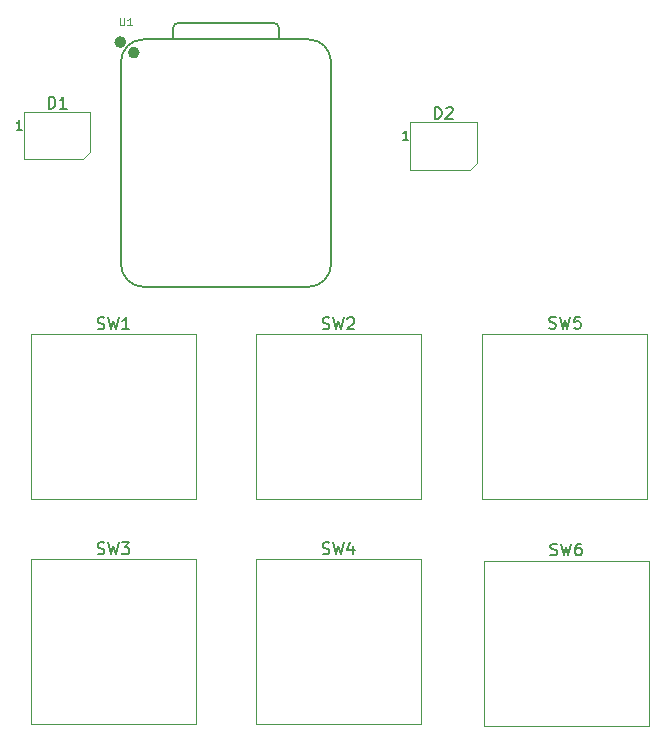
<source format=gbr>
%TF.GenerationSoftware,KiCad,Pcbnew,9.0.3*%
%TF.CreationDate,2025-07-10T08:35:26-07:00*%
%TF.ProjectId,Hackpad,4861636b-7061-4642-9e6b-696361645f70,rev?*%
%TF.SameCoordinates,Original*%
%TF.FileFunction,Legend,Top*%
%TF.FilePolarity,Positive*%
%FSLAX46Y46*%
G04 Gerber Fmt 4.6, Leading zero omitted, Abs format (unit mm)*
G04 Created by KiCad (PCBNEW 9.0.3) date 2025-07-10 08:35:26*
%MOMM*%
%LPD*%
G01*
G04 APERTURE LIST*
%ADD10C,0.150000*%
%ADD11C,0.101600*%
%ADD12C,0.120000*%
%ADD13C,0.127000*%
%ADD14C,0.100000*%
%ADD15C,0.504000*%
G04 APERTURE END LIST*
D10*
X61441917Y-74537950D02*
X61584774Y-74585569D01*
X61584774Y-74585569D02*
X61822869Y-74585569D01*
X61822869Y-74585569D02*
X61918107Y-74537950D01*
X61918107Y-74537950D02*
X61965726Y-74490330D01*
X61965726Y-74490330D02*
X62013345Y-74395092D01*
X62013345Y-74395092D02*
X62013345Y-74299854D01*
X62013345Y-74299854D02*
X61965726Y-74204616D01*
X61965726Y-74204616D02*
X61918107Y-74156997D01*
X61918107Y-74156997D02*
X61822869Y-74109378D01*
X61822869Y-74109378D02*
X61632393Y-74061759D01*
X61632393Y-74061759D02*
X61537155Y-74014140D01*
X61537155Y-74014140D02*
X61489536Y-73966521D01*
X61489536Y-73966521D02*
X61441917Y-73871283D01*
X61441917Y-73871283D02*
X61441917Y-73776045D01*
X61441917Y-73776045D02*
X61489536Y-73680807D01*
X61489536Y-73680807D02*
X61537155Y-73633188D01*
X61537155Y-73633188D02*
X61632393Y-73585569D01*
X61632393Y-73585569D02*
X61870488Y-73585569D01*
X61870488Y-73585569D02*
X62013345Y-73633188D01*
X62346679Y-73585569D02*
X62584774Y-74585569D01*
X62584774Y-74585569D02*
X62775250Y-73871283D01*
X62775250Y-73871283D02*
X62965726Y-74585569D01*
X62965726Y-74585569D02*
X63203822Y-73585569D01*
X63489536Y-73585569D02*
X64108583Y-73585569D01*
X64108583Y-73585569D02*
X63775250Y-73966521D01*
X63775250Y-73966521D02*
X63918107Y-73966521D01*
X63918107Y-73966521D02*
X64013345Y-74014140D01*
X64013345Y-74014140D02*
X64060964Y-74061759D01*
X64060964Y-74061759D02*
X64108583Y-74156997D01*
X64108583Y-74156997D02*
X64108583Y-74395092D01*
X64108583Y-74395092D02*
X64060964Y-74490330D01*
X64060964Y-74490330D02*
X64013345Y-74537950D01*
X64013345Y-74537950D02*
X63918107Y-74585569D01*
X63918107Y-74585569D02*
X63632393Y-74585569D01*
X63632393Y-74585569D02*
X63537155Y-74537950D01*
X63537155Y-74537950D02*
X63489536Y-74490330D01*
X57274655Y-36847069D02*
X57274655Y-35847069D01*
X57274655Y-35847069D02*
X57512750Y-35847069D01*
X57512750Y-35847069D02*
X57655607Y-35894688D01*
X57655607Y-35894688D02*
X57750845Y-35989926D01*
X57750845Y-35989926D02*
X57798464Y-36085164D01*
X57798464Y-36085164D02*
X57846083Y-36275640D01*
X57846083Y-36275640D02*
X57846083Y-36418497D01*
X57846083Y-36418497D02*
X57798464Y-36608973D01*
X57798464Y-36608973D02*
X57750845Y-36704211D01*
X57750845Y-36704211D02*
X57655607Y-36799450D01*
X57655607Y-36799450D02*
X57512750Y-36847069D01*
X57512750Y-36847069D02*
X57274655Y-36847069D01*
X58798464Y-36847069D02*
X58227036Y-36847069D01*
X58512750Y-36847069D02*
X58512750Y-35847069D01*
X58512750Y-35847069D02*
X58417512Y-35989926D01*
X58417512Y-35989926D02*
X58322274Y-36085164D01*
X58322274Y-36085164D02*
X58227036Y-36132783D01*
X55041321Y-38629545D02*
X54584178Y-38629545D01*
X54812750Y-38629545D02*
X54812750Y-37829545D01*
X54812750Y-37829545D02*
X54736559Y-37943830D01*
X54736559Y-37943830D02*
X54660369Y-38020021D01*
X54660369Y-38020021D02*
X54584178Y-38058116D01*
X80491917Y-55487950D02*
X80634774Y-55535569D01*
X80634774Y-55535569D02*
X80872869Y-55535569D01*
X80872869Y-55535569D02*
X80968107Y-55487950D01*
X80968107Y-55487950D02*
X81015726Y-55440330D01*
X81015726Y-55440330D02*
X81063345Y-55345092D01*
X81063345Y-55345092D02*
X81063345Y-55249854D01*
X81063345Y-55249854D02*
X81015726Y-55154616D01*
X81015726Y-55154616D02*
X80968107Y-55106997D01*
X80968107Y-55106997D02*
X80872869Y-55059378D01*
X80872869Y-55059378D02*
X80682393Y-55011759D01*
X80682393Y-55011759D02*
X80587155Y-54964140D01*
X80587155Y-54964140D02*
X80539536Y-54916521D01*
X80539536Y-54916521D02*
X80491917Y-54821283D01*
X80491917Y-54821283D02*
X80491917Y-54726045D01*
X80491917Y-54726045D02*
X80539536Y-54630807D01*
X80539536Y-54630807D02*
X80587155Y-54583188D01*
X80587155Y-54583188D02*
X80682393Y-54535569D01*
X80682393Y-54535569D02*
X80920488Y-54535569D01*
X80920488Y-54535569D02*
X81063345Y-54583188D01*
X81396679Y-54535569D02*
X81634774Y-55535569D01*
X81634774Y-55535569D02*
X81825250Y-54821283D01*
X81825250Y-54821283D02*
X82015726Y-55535569D01*
X82015726Y-55535569D02*
X82253822Y-54535569D01*
X82587155Y-54630807D02*
X82634774Y-54583188D01*
X82634774Y-54583188D02*
X82730012Y-54535569D01*
X82730012Y-54535569D02*
X82968107Y-54535569D01*
X82968107Y-54535569D02*
X83063345Y-54583188D01*
X83063345Y-54583188D02*
X83110964Y-54630807D01*
X83110964Y-54630807D02*
X83158583Y-54726045D01*
X83158583Y-54726045D02*
X83158583Y-54821283D01*
X83158583Y-54821283D02*
X83110964Y-54964140D01*
X83110964Y-54964140D02*
X82539536Y-55535569D01*
X82539536Y-55535569D02*
X83158583Y-55535569D01*
X99766667Y-74633200D02*
X99909524Y-74680819D01*
X99909524Y-74680819D02*
X100147619Y-74680819D01*
X100147619Y-74680819D02*
X100242857Y-74633200D01*
X100242857Y-74633200D02*
X100290476Y-74585580D01*
X100290476Y-74585580D02*
X100338095Y-74490342D01*
X100338095Y-74490342D02*
X100338095Y-74395104D01*
X100338095Y-74395104D02*
X100290476Y-74299866D01*
X100290476Y-74299866D02*
X100242857Y-74252247D01*
X100242857Y-74252247D02*
X100147619Y-74204628D01*
X100147619Y-74204628D02*
X99957143Y-74157009D01*
X99957143Y-74157009D02*
X99861905Y-74109390D01*
X99861905Y-74109390D02*
X99814286Y-74061771D01*
X99814286Y-74061771D02*
X99766667Y-73966533D01*
X99766667Y-73966533D02*
X99766667Y-73871295D01*
X99766667Y-73871295D02*
X99814286Y-73776057D01*
X99814286Y-73776057D02*
X99861905Y-73728438D01*
X99861905Y-73728438D02*
X99957143Y-73680819D01*
X99957143Y-73680819D02*
X100195238Y-73680819D01*
X100195238Y-73680819D02*
X100338095Y-73728438D01*
X100671429Y-73680819D02*
X100909524Y-74680819D01*
X100909524Y-74680819D02*
X101100000Y-73966533D01*
X101100000Y-73966533D02*
X101290476Y-74680819D01*
X101290476Y-74680819D02*
X101528572Y-73680819D01*
X102338095Y-73680819D02*
X102147619Y-73680819D01*
X102147619Y-73680819D02*
X102052381Y-73728438D01*
X102052381Y-73728438D02*
X102004762Y-73776057D01*
X102004762Y-73776057D02*
X101909524Y-73918914D01*
X101909524Y-73918914D02*
X101861905Y-74109390D01*
X101861905Y-74109390D02*
X101861905Y-74490342D01*
X101861905Y-74490342D02*
X101909524Y-74585580D01*
X101909524Y-74585580D02*
X101957143Y-74633200D01*
X101957143Y-74633200D02*
X102052381Y-74680819D01*
X102052381Y-74680819D02*
X102242857Y-74680819D01*
X102242857Y-74680819D02*
X102338095Y-74633200D01*
X102338095Y-74633200D02*
X102385714Y-74585580D01*
X102385714Y-74585580D02*
X102433333Y-74490342D01*
X102433333Y-74490342D02*
X102433333Y-74252247D01*
X102433333Y-74252247D02*
X102385714Y-74157009D01*
X102385714Y-74157009D02*
X102338095Y-74109390D01*
X102338095Y-74109390D02*
X102242857Y-74061771D01*
X102242857Y-74061771D02*
X102052381Y-74061771D01*
X102052381Y-74061771D02*
X101957143Y-74109390D01*
X101957143Y-74109390D02*
X101909524Y-74157009D01*
X101909524Y-74157009D02*
X101861905Y-74252247D01*
X99666667Y-55433200D02*
X99809524Y-55480819D01*
X99809524Y-55480819D02*
X100047619Y-55480819D01*
X100047619Y-55480819D02*
X100142857Y-55433200D01*
X100142857Y-55433200D02*
X100190476Y-55385580D01*
X100190476Y-55385580D02*
X100238095Y-55290342D01*
X100238095Y-55290342D02*
X100238095Y-55195104D01*
X100238095Y-55195104D02*
X100190476Y-55099866D01*
X100190476Y-55099866D02*
X100142857Y-55052247D01*
X100142857Y-55052247D02*
X100047619Y-55004628D01*
X100047619Y-55004628D02*
X99857143Y-54957009D01*
X99857143Y-54957009D02*
X99761905Y-54909390D01*
X99761905Y-54909390D02*
X99714286Y-54861771D01*
X99714286Y-54861771D02*
X99666667Y-54766533D01*
X99666667Y-54766533D02*
X99666667Y-54671295D01*
X99666667Y-54671295D02*
X99714286Y-54576057D01*
X99714286Y-54576057D02*
X99761905Y-54528438D01*
X99761905Y-54528438D02*
X99857143Y-54480819D01*
X99857143Y-54480819D02*
X100095238Y-54480819D01*
X100095238Y-54480819D02*
X100238095Y-54528438D01*
X100571429Y-54480819D02*
X100809524Y-55480819D01*
X100809524Y-55480819D02*
X101000000Y-54766533D01*
X101000000Y-54766533D02*
X101190476Y-55480819D01*
X101190476Y-55480819D02*
X101428572Y-54480819D01*
X102285714Y-54480819D02*
X101809524Y-54480819D01*
X101809524Y-54480819D02*
X101761905Y-54957009D01*
X101761905Y-54957009D02*
X101809524Y-54909390D01*
X101809524Y-54909390D02*
X101904762Y-54861771D01*
X101904762Y-54861771D02*
X102142857Y-54861771D01*
X102142857Y-54861771D02*
X102238095Y-54909390D01*
X102238095Y-54909390D02*
X102285714Y-54957009D01*
X102285714Y-54957009D02*
X102333333Y-55052247D01*
X102333333Y-55052247D02*
X102333333Y-55290342D01*
X102333333Y-55290342D02*
X102285714Y-55385580D01*
X102285714Y-55385580D02*
X102238095Y-55433200D01*
X102238095Y-55433200D02*
X102142857Y-55480819D01*
X102142857Y-55480819D02*
X101904762Y-55480819D01*
X101904762Y-55480819D02*
X101809524Y-55433200D01*
X101809524Y-55433200D02*
X101761905Y-55385580D01*
D11*
X63316440Y-29176979D02*
X63316440Y-29691026D01*
X63316440Y-29691026D02*
X63346678Y-29751502D01*
X63346678Y-29751502D02*
X63376916Y-29781741D01*
X63376916Y-29781741D02*
X63437392Y-29811979D01*
X63437392Y-29811979D02*
X63558345Y-29811979D01*
X63558345Y-29811979D02*
X63618821Y-29781741D01*
X63618821Y-29781741D02*
X63649059Y-29751502D01*
X63649059Y-29751502D02*
X63679297Y-29691026D01*
X63679297Y-29691026D02*
X63679297Y-29176979D01*
X64314297Y-29811979D02*
X63951440Y-29811979D01*
X64132868Y-29811979D02*
X64132868Y-29176979D01*
X64132868Y-29176979D02*
X64072392Y-29267693D01*
X64072392Y-29267693D02*
X64011916Y-29328169D01*
X64011916Y-29328169D02*
X63951440Y-29358407D01*
D10*
X89980905Y-37722069D02*
X89980905Y-36722069D01*
X89980905Y-36722069D02*
X90219000Y-36722069D01*
X90219000Y-36722069D02*
X90361857Y-36769688D01*
X90361857Y-36769688D02*
X90457095Y-36864926D01*
X90457095Y-36864926D02*
X90504714Y-36960164D01*
X90504714Y-36960164D02*
X90552333Y-37150640D01*
X90552333Y-37150640D02*
X90552333Y-37293497D01*
X90552333Y-37293497D02*
X90504714Y-37483973D01*
X90504714Y-37483973D02*
X90457095Y-37579211D01*
X90457095Y-37579211D02*
X90361857Y-37674450D01*
X90361857Y-37674450D02*
X90219000Y-37722069D01*
X90219000Y-37722069D02*
X89980905Y-37722069D01*
X90933286Y-36817307D02*
X90980905Y-36769688D01*
X90980905Y-36769688D02*
X91076143Y-36722069D01*
X91076143Y-36722069D02*
X91314238Y-36722069D01*
X91314238Y-36722069D02*
X91409476Y-36769688D01*
X91409476Y-36769688D02*
X91457095Y-36817307D01*
X91457095Y-36817307D02*
X91504714Y-36912545D01*
X91504714Y-36912545D02*
X91504714Y-37007783D01*
X91504714Y-37007783D02*
X91457095Y-37150640D01*
X91457095Y-37150640D02*
X90885667Y-37722069D01*
X90885667Y-37722069D02*
X91504714Y-37722069D01*
X87747571Y-39504545D02*
X87290428Y-39504545D01*
X87519000Y-39504545D02*
X87519000Y-38704545D01*
X87519000Y-38704545D02*
X87442809Y-38818830D01*
X87442809Y-38818830D02*
X87366619Y-38895021D01*
X87366619Y-38895021D02*
X87290428Y-38933116D01*
X80491917Y-74537950D02*
X80634774Y-74585569D01*
X80634774Y-74585569D02*
X80872869Y-74585569D01*
X80872869Y-74585569D02*
X80968107Y-74537950D01*
X80968107Y-74537950D02*
X81015726Y-74490330D01*
X81015726Y-74490330D02*
X81063345Y-74395092D01*
X81063345Y-74395092D02*
X81063345Y-74299854D01*
X81063345Y-74299854D02*
X81015726Y-74204616D01*
X81015726Y-74204616D02*
X80968107Y-74156997D01*
X80968107Y-74156997D02*
X80872869Y-74109378D01*
X80872869Y-74109378D02*
X80682393Y-74061759D01*
X80682393Y-74061759D02*
X80587155Y-74014140D01*
X80587155Y-74014140D02*
X80539536Y-73966521D01*
X80539536Y-73966521D02*
X80491917Y-73871283D01*
X80491917Y-73871283D02*
X80491917Y-73776045D01*
X80491917Y-73776045D02*
X80539536Y-73680807D01*
X80539536Y-73680807D02*
X80587155Y-73633188D01*
X80587155Y-73633188D02*
X80682393Y-73585569D01*
X80682393Y-73585569D02*
X80920488Y-73585569D01*
X80920488Y-73585569D02*
X81063345Y-73633188D01*
X81396679Y-73585569D02*
X81634774Y-74585569D01*
X81634774Y-74585569D02*
X81825250Y-73871283D01*
X81825250Y-73871283D02*
X82015726Y-74585569D01*
X82015726Y-74585569D02*
X82253822Y-73585569D01*
X83063345Y-73918902D02*
X83063345Y-74585569D01*
X82825250Y-73537950D02*
X82587155Y-74252235D01*
X82587155Y-74252235D02*
X83206202Y-74252235D01*
X61441917Y-55487950D02*
X61584774Y-55535569D01*
X61584774Y-55535569D02*
X61822869Y-55535569D01*
X61822869Y-55535569D02*
X61918107Y-55487950D01*
X61918107Y-55487950D02*
X61965726Y-55440330D01*
X61965726Y-55440330D02*
X62013345Y-55345092D01*
X62013345Y-55345092D02*
X62013345Y-55249854D01*
X62013345Y-55249854D02*
X61965726Y-55154616D01*
X61965726Y-55154616D02*
X61918107Y-55106997D01*
X61918107Y-55106997D02*
X61822869Y-55059378D01*
X61822869Y-55059378D02*
X61632393Y-55011759D01*
X61632393Y-55011759D02*
X61537155Y-54964140D01*
X61537155Y-54964140D02*
X61489536Y-54916521D01*
X61489536Y-54916521D02*
X61441917Y-54821283D01*
X61441917Y-54821283D02*
X61441917Y-54726045D01*
X61441917Y-54726045D02*
X61489536Y-54630807D01*
X61489536Y-54630807D02*
X61537155Y-54583188D01*
X61537155Y-54583188D02*
X61632393Y-54535569D01*
X61632393Y-54535569D02*
X61870488Y-54535569D01*
X61870488Y-54535569D02*
X62013345Y-54583188D01*
X62346679Y-54535569D02*
X62584774Y-55535569D01*
X62584774Y-55535569D02*
X62775250Y-54821283D01*
X62775250Y-54821283D02*
X62965726Y-55535569D01*
X62965726Y-55535569D02*
X63203822Y-54535569D01*
X64108583Y-55535569D02*
X63537155Y-55535569D01*
X63822869Y-55535569D02*
X63822869Y-54535569D01*
X63822869Y-54535569D02*
X63727631Y-54678426D01*
X63727631Y-54678426D02*
X63632393Y-54773664D01*
X63632393Y-54773664D02*
X63537155Y-54821283D01*
D12*
%TO.C,SW3*%
X55790250Y-75019750D02*
X69760250Y-75019750D01*
X55790250Y-88989750D02*
X55790250Y-75019750D01*
X69760250Y-75019750D02*
X69760250Y-88989750D01*
X69760250Y-88989750D02*
X55790250Y-88989750D01*
%TO.C,D1*%
X55212750Y-37142250D02*
X55212750Y-41142250D01*
X55212750Y-37142250D02*
X60812750Y-37142250D01*
X55212750Y-41142250D02*
X60212750Y-41142250D01*
X60812750Y-40542250D02*
X60212750Y-41142250D01*
X60812750Y-40542250D02*
X60812750Y-37142250D01*
%TO.C,SW2*%
X74840250Y-55969750D02*
X88810250Y-55969750D01*
X74840250Y-69939750D02*
X74840250Y-55969750D01*
X88810250Y-55969750D02*
X88810250Y-69939750D01*
X88810250Y-69939750D02*
X74840250Y-69939750D01*
%TO.C,SW6*%
X94115000Y-75115000D02*
X108085000Y-75115000D01*
X94115000Y-89085000D02*
X94115000Y-75115000D01*
X108085000Y-75115000D02*
X108085000Y-89085000D01*
X108085000Y-89085000D02*
X94115000Y-89085000D01*
%TO.C,SW5*%
X94015000Y-55915000D02*
X107985000Y-55915000D01*
X94015000Y-69885000D02*
X94015000Y-55915000D01*
X107985000Y-55915000D02*
X107985000Y-69885000D01*
X107985000Y-69885000D02*
X94015000Y-69885000D01*
D13*
%TO.C,U1*%
X63410250Y-50032500D02*
X63410250Y-32887500D01*
X65315250Y-51937500D02*
X79285250Y-51937500D01*
X67805250Y-30982500D02*
X67808978Y-30072228D01*
X68308978Y-29572500D02*
X76304250Y-29572500D01*
X76804250Y-30072500D02*
X76804250Y-30982500D01*
D14*
X79285250Y-30982500D02*
X65315250Y-30982500D01*
D13*
X79285250Y-30982500D02*
X65315250Y-30982500D01*
X81190250Y-50032500D02*
X81190250Y-32887500D01*
X63410250Y-32887500D02*
G75*
G02*
X65315250Y-30982500I1905001J-1D01*
G01*
X65315250Y-51937500D02*
G75*
G02*
X63410250Y-50032500I1J1905001D01*
G01*
X67808978Y-30072228D02*
G75*
G02*
X68308978Y-29572501I500018J-291D01*
G01*
X76304250Y-29572500D02*
G75*
G02*
X76804250Y-30072500I0J-500000D01*
G01*
X79285250Y-30982500D02*
G75*
G02*
X81190250Y-32887500I0J-1905000D01*
G01*
X81190250Y-50032500D02*
G75*
G02*
X79285250Y-51937500I-1905000J0D01*
G01*
D15*
X63602250Y-31223500D02*
G75*
G02*
X63098250Y-31223500I-252000J0D01*
G01*
X63098250Y-31223500D02*
G75*
G02*
X63602250Y-31223500I252000J0D01*
G01*
X64745250Y-32103500D02*
G75*
G02*
X64241250Y-32103500I-252000J0D01*
G01*
X64241250Y-32103500D02*
G75*
G02*
X64745250Y-32103500I252000J0D01*
G01*
D12*
%TO.C,D2*%
X87919000Y-38017250D02*
X87919000Y-42017250D01*
X87919000Y-38017250D02*
X93519000Y-38017250D01*
X87919000Y-42017250D02*
X92919000Y-42017250D01*
X93519000Y-41417250D02*
X92919000Y-42017250D01*
X93519000Y-41417250D02*
X93519000Y-38017250D01*
%TO.C,SW4*%
X74840250Y-75019750D02*
X88810250Y-75019750D01*
X74840250Y-88989750D02*
X74840250Y-75019750D01*
X88810250Y-75019750D02*
X88810250Y-88989750D01*
X88810250Y-88989750D02*
X74840250Y-88989750D01*
%TO.C,SW1*%
X55790250Y-55969750D02*
X69760250Y-55969750D01*
X55790250Y-69939750D02*
X55790250Y-55969750D01*
X69760250Y-55969750D02*
X69760250Y-69939750D01*
X69760250Y-69939750D02*
X55790250Y-69939750D01*
%TD*%
M02*

</source>
